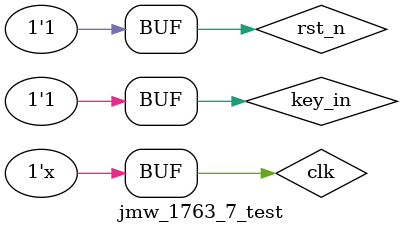
<source format=v>
`timescale 10 ns/ 1 ns
module jmw_1763_7_test();

reg clk;
reg key_in;
reg rst_n;
// wires                                               
wire CO;
wire [3:0]  Q;
wire [6:0]  codeout;
wire key_flag;
wire key_state;

// assign statements (if any)                          
jmw_1763_7 i1 (
// port map - connection between master ports and signals/registers   
	.CO(CO),
	.Q(Q),
	.clk(clk),
	.codeout(codeout),
	.key_flag(key_flag),
	.key_in(key_in),
	.key_state(key_state),
	.rst_n(rst_n)
);
initial                                                
begin                                                  
			clk	=1'b0;
			rst_n =1'b0;
			key_in=1'b1;
			//wait 100ns for global reset to finish
			#200
			rst_n=1'b1;
$display("Running testbench");                       
end                                                    
always                                                 
// optional sensitivity list                           
// @(event1 or event2 or .... eventn)                  
begin                                                  
			key_in=1'b0;#1000000;
			key_in=1'b1;#1000000;
			key_in=1'b0;#1000000;
			key_in=1'b1;#1000000;
			key_in=1'b0;#1000000;
			key_in=1'b1;#1000000;
			key_in=1'b0;#1000000;
			key_in=1'b1;#1000000;
			key_in=1'b0;#1000000;
			key_in=1'b1;#1000000;
			key_in=1'b0;#(50*1000000);
			
			key_in=1'b1;#1000000;
			key_in=1'b0;#1000000;
			key_in=1'b1;#1000000;
			key_in=1'b0;#1000000;
			key_in=1'b1;#1000000;
			key_in=1'b0;#1000000;
			key_in=1'b1;#1000000;
			key_in=1'b0;#1000000;
			key_in=1'b1;#1000000;
			key_in=1'b0;#1000000;
			key_in=1'b1;#(50*1000000);
end 
always
begin
#10 clk=~clk;
end                                                   
endmodule

 
</source>
